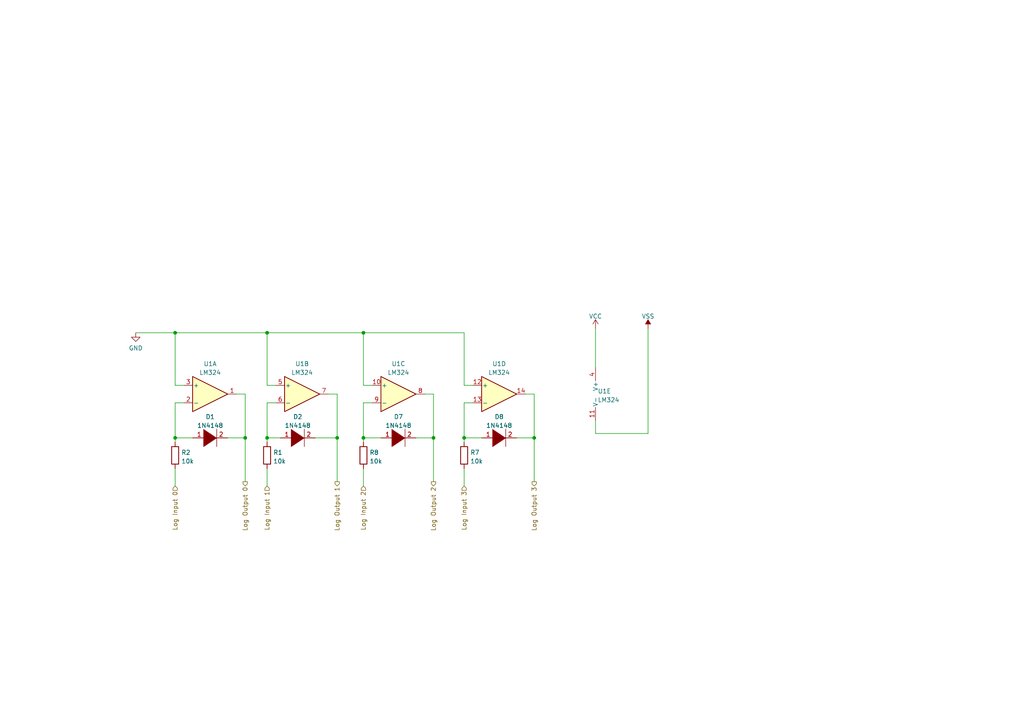
<source format=kicad_sch>
(kicad_sch (version 20230121) (generator eeschema)
  (paper "A4")
  (title_block (title "Logarithmic Amplifier") (date "2023-03-06") (rev "v1") (company "Out-of-band Development, LLC") (comment 1 "Matthew Whited"))
  (lib_symbols
    (symbol "Amplifier_Operational:LM324" (pin_names (offset 0.127))
      (property "Reference" "U" (at 0 5.08 0))
      (property "Value" "LM324" (at 0 -5.08 0))
      (symbol "LM324_1_1"
        (polyline (pts (xy -5.08 5.08) (xy 5.08 0) (xy -5.08 -5.08) (xy -5.08 5.08)) (stroke (width 0.254)) (fill (type background)))
        (pin output line (at 7.62 0 180) (length 2.54) (name "~") (number "1"))
        (pin input line (at -7.62 -2.54 0) (length 2.54) (name "-") (number "2"))
        (pin input line (at -7.62 2.54 0) (length 2.54) (name "+") (number "3"))
      )
      (symbol "LM324_2_1"
        (polyline (pts (xy -5.08 5.08) (xy 5.08 0) (xy -5.08 -5.08) (xy -5.08 5.08)) (stroke (width 0.254)) (fill (type background)))
        (pin input line (at -7.62 2.54 0) (length 2.54) (name "+") (number "5"))
        (pin input line (at -7.62 -2.54 0) (length 2.54) (name "-") (number "6"))
        (pin output line (at 7.62 0 180) (length 2.54) (name "~") (number "7"))
      )
      (symbol "LM324_3_1"
        (polyline (pts (xy -5.08 5.08) (xy 5.08 0) (xy -5.08 -5.08) (xy -5.08 5.08)) (stroke (width 0.254)) (fill (type background)))
        (pin input line (at -7.62 2.54 0) (length 2.54) (name "+") (number "10"))
        (pin output line (at 7.62 0 180) (length 2.54) (name "~") (number "8"))
        (pin input line (at -7.62 -2.54 0) (length 2.54) (name "-") (number "9"))
      )
      (symbol "LM324_4_1"
        (polyline (pts (xy -5.08 5.08) (xy 5.08 0) (xy -5.08 -5.08) (xy -5.08 5.08)) (stroke (width 0.254)) (fill (type background)))
        (pin input line (at -7.62 2.54 0) (length 2.54) (name "+") (number "12"))
        (pin input line (at -7.62 -2.54 0) (length 2.54) (name "-") (number "13"))
        (pin output line (at 7.62 0 180) (length 2.54) (name "~") (number "14"))
      )
      (symbol "LM324_5_1"
        (pin power_in line (at -2.54 -7.62 90) (length 3.81) (name "V-") (number "11"))
        (pin power_in line (at -2.54 7.62 270) (length 3.81) (name "V+") (number "4"))
      )
    )
    (symbol "Device:R" (pin_numbers hide) (pin_names (offset 0))
      (property "Reference" "R" (at 2.032 0 90))
      (property "Value" "R" (at 0 0 90))
      (symbol "R_0_1"
        (rectangle (start -1.016 -2.54) (end 1.016 2.54) (stroke (width 0.254)))
      )
      (symbol "R_1_1"
        (pin passive line (at 0 3.81 270) (length 1.27) (name "~") (number "1"))
        (pin passive line (at 0 -3.81 90) (length 1.27) (name "~") (number "2"))
      )
    )
    (symbol "power:GND" (power) (pin_names (offset 0))
      (property "Value" "GND" (at 0 -3.81 0))
      (symbol "GND_0_1"
        (polyline (pts (xy 0 0) (xy 0 -1.27) (xy 1.27 -1.27) (xy 0 -2.54) (xy -1.27 -1.27) (xy 0 -1.27)))
      )
      (symbol "GND_1_1"
        (pin power_in line (at 0 0 270) (length 0) hide (name "GND") (number "1"))
      )
    )
    (symbol "power:VCC" (power) (pin_names (offset 0))
      (property "Value" "VCC" (at 0 3.81 0))
      (symbol "VCC_0_1"
        (polyline (pts (xy -0.762 1.27) (xy 0 2.54)))
        (polyline (pts (xy 0 0) (xy 0 2.54)))
        (polyline (pts (xy 0 2.54) (xy 0.762 1.27)))
      )
      (symbol "VCC_1_1"
        (pin power_in line (at 0 0 90) (length 0) hide (name "VCC") (number "1"))
      )
    )
    (symbol "power:VSS" (power) (pin_names (offset 0))
      (property "Value" "VSS" (at 0 3.81 0))
      (symbol "VSS_0_1"
        (polyline (pts (xy 0 0) (xy 0 2.54)))
        (polyline (pts (xy 0.762 1.27) (xy -0.762 1.27) (xy 0 2.54) (xy 0.762 1.27)) (fill (type outline)))
      )
      (symbol "VSS_1_1"
        (pin power_in line (at 0 0 90) (length 0) hide (name "VSS") (number "1"))
      )
    )
    (symbol "pspice:DIODE" (pin_names (offset 1.016) hide)
      (property "Reference" "D" (at 0 3.81 0))
      (property "Value" "DIODE" (at 0 -4.445 0))
      (symbol "DIODE_0_1"
        (polyline (pts (xy 1.905 2.54) (xy 1.905 -2.54)))
        (polyline (pts (xy -1.905 2.54) (xy -1.905 -2.54) (xy 1.905 0)) (fill (type outline)))
      )
      (symbol "DIODE_1_1"
        (pin input line (at -5.08 0 0) (length 3.81) (name "K") (number "1"))
        (pin input line (at 5.08 0 180) (length 3.81) (name "A") (number "2"))
      )
    )
  )
  (junction (at 50.8 96.52))
  (junction (at 50.8 127))
  (junction (at 77.47 127))
  (junction (at 77.47 96.52))
  (junction (at 71.12 127))
  (junction (at 105.41 96.52))
  (junction (at 154.94 127))
  (junction (at 125.73 127))
  (junction (at 105.41 127))
  (junction (at 97.79 127))
  (junction (at 134.62 127))
  (wire (pts (xy 172.72 125.73) (xy 187.96 125.73)))
  (wire (pts (xy 95.25 114.3) (xy 97.79 114.3)))
  (wire (pts (xy 77.47 96.52) (xy 105.41 96.52)))
  (wire (pts (xy 172.72 121.92) (xy 172.72 125.73)))
  (wire (pts (xy 154.94 127) (xy 154.94 139.7)))
  (wire (pts (xy 123.19 114.3) (xy 125.73 114.3)))
  (wire (pts (xy 77.47 116.84) (xy 77.47 127)))
  (wire (pts (xy 107.95 111.76) (xy 105.41 111.76)))
  (wire (pts (xy 125.73 114.3) (xy 125.73 127)))
  (wire (pts (xy 68.58 114.3) (xy 71.12 114.3)))
  (wire (pts (xy 154.94 127) (xy 154.94 114.3)))
  (wire (pts (xy 66.04 127) (xy 71.12 127)))
  (wire (pts (xy 134.62 127) (xy 134.62 128.27)))
  (wire (pts (xy 97.79 127) (xy 97.79 139.7)))
  (wire (pts (xy 77.47 127) (xy 81.28 127)))
  (wire (pts (xy 134.62 111.76) (xy 137.16 111.76)))
  (wire (pts (xy 50.8 111.76) (xy 53.34 111.76)))
  (wire (pts (xy 50.8 128.27) (xy 50.8 127)))
  (wire (pts (xy 77.47 135.89) (xy 77.47 140.97)))
  (wire (pts (xy 77.47 111.76) (xy 80.01 111.76)))
  (wire (pts (xy 134.62 127) (xy 139.7 127)))
  (wire (pts (xy 172.72 95.25) (xy 172.72 106.68)))
  (wire (pts (xy 110.49 127) (xy 105.41 127)))
  (wire (pts (xy 77.47 127) (xy 77.47 128.27)))
  (wire (pts (xy 77.47 96.52) (xy 77.47 111.76)))
  (wire (pts (xy 50.8 135.89) (xy 50.8 140.97)))
  (wire (pts (xy 137.16 116.84) (xy 134.62 116.84)))
  (wire (pts (xy 97.79 114.3) (xy 97.79 127)))
  (wire (pts (xy 50.8 127) (xy 55.88 127)))
  (wire (pts (xy 105.41 135.89) (xy 105.41 140.97)))
  (wire (pts (xy 105.41 127) (xy 105.41 128.27)))
  (wire (pts (xy 107.95 116.84) (xy 105.41 116.84)))
  (wire (pts (xy 187.96 95.25) (xy 187.96 125.73)))
  (wire (pts (xy 39.37 96.52) (xy 50.8 96.52)))
  (wire (pts (xy 134.62 96.52) (xy 134.62 111.76)))
  (wire (pts (xy 97.79 127) (xy 91.44 127)))
  (wire (pts (xy 71.12 127) (xy 71.12 139.7)))
  (wire (pts (xy 50.8 96.52) (xy 77.47 96.52)))
  (wire (pts (xy 134.62 116.84) (xy 134.62 127)))
  (wire (pts (xy 50.8 116.84) (xy 53.34 116.84)))
  (wire (pts (xy 134.62 135.89) (xy 134.62 140.97)))
  (wire (pts (xy 149.86 127) (xy 154.94 127)))
  (wire (pts (xy 50.8 96.52) (xy 50.8 111.76)))
  (wire (pts (xy 105.41 96.52) (xy 134.62 96.52)))
  (wire (pts (xy 105.41 111.76) (xy 105.41 96.52)))
  (wire (pts (xy 71.12 127) (xy 71.12 114.3)))
  (wire (pts (xy 120.65 127) (xy 125.73 127)))
  (wire (pts (xy 50.8 127) (xy 50.8 116.84)))
  (wire (pts (xy 125.73 127) (xy 125.73 139.7)))
  (wire (pts (xy 80.01 116.84) (xy 77.47 116.84)))
  (wire (pts (xy 105.41 116.84) (xy 105.41 127)))
  (wire (pts (xy 154.94 114.3) (xy 152.4 114.3)))
  (hierarchical_label "Log Input 1" (shape input) (at 77.47 140.97 270))
  (hierarchical_label "Log Input 0" (shape input) (at 50.8 140.97 270))
  (hierarchical_label "Log Input 3" (shape input) (at 134.62 140.97 270))
  (hierarchical_label "Log Output 3" (shape output) (at 154.94 139.7 270))
  (hierarchical_label "Log Input 2" (shape input) (at 105.41 140.97 270))
  (hierarchical_label "Log Output 1" (shape output) (at 97.79 139.7 270))
  (hierarchical_label "Log Output 2" (shape output) (at 125.73 139.7 270))
  (hierarchical_label "Log Output 0" (shape output) (at 71.12 139.7 270))
  (symbol (lib_id "pspice:DIODE") (at 60.96 127 0) (unit 1)
    (property "Reference" "D1" (at 60.96 120.8872 0))
    (property "Value" "1N4148" (at 60.96 123.4241 0))
    (property "Footprint" "Diode_THT:D_A-405_P2.54mm_Vertical_KathodeUp" (effects hide))
    (instances (project "AnalogComputer" (path "" (reference "D1") (unit 1)) (path "" (reference "D6") (unit 1)) (path "" (reference "D3") (unit 1))))
  )
  (symbol (lib_id "Amplifier_Operational:LM324") (at 87.63 114.3 0) (unit 2)
    (property "Reference" "U1" (at 87.63 105.5202 0))
    (property "Value" "LM324" (at 87.63 108.0571 0))
    (property "Footprint" "Package_DIP:DIP-14_W7.62mm_Socket" (effects hide))
    (property "Datasheet" "http://www.ti.com/lit/ds/symlink/lm2902-n.pdf" (effects hide))
    (instances (project "AnalogComputer" (path "" (reference "U1") (unit 2)) (path "" (reference "U3") (unit 2)) (path "" (reference "U2") (unit 2))))
  )
  (symbol (lib_id "Amplifier_Operational:LM324") (at 175.26 114.3 0) (unit 5)
    (property "Reference" "U1" (at 173.355 113.4653 0) (effects (justify left)))
    (property "Value" "LM324" (at 173.355 116.0022 0) (effects (justify left)))
    (property "Footprint" "Package_DIP:DIP-14_W7.62mm_Socket" (effects hide))
    (property "Datasheet" "http://www.ti.com/lit/ds/symlink/lm2902-n.pdf" (effects hide))
    (instances (project "AnalogComputer" (path "" (reference "U1") (unit 5)) (path "" (reference "U3") (unit 5)) (path "" (reference "U2") (unit 5))))
  )
  (symbol (lib_id "Amplifier_Operational:LM324") (at 115.57 114.3 0) (unit 3)
    (property "Reference" "U1" (at 115.57 105.5202 0))
    (property "Value" "LM324" (at 115.57 108.0571 0))
    (property "Footprint" "Package_DIP:DIP-14_W7.62mm_Socket" (effects hide))
    (property "Datasheet" "http://www.ti.com/lit/ds/symlink/lm2902-n.pdf" (effects hide))
    (instances (project "AnalogComputer" (path "" (reference "U1") (unit 3)) (path "" (reference "U3") (unit 3)) (path "" (reference "U2") (unit 3))))
  )
  (symbol (lib_id "power:GND") (at 39.37 96.52 0) (unit 1)
    (property "Reference" "#PWR03" (effects hide))
    (property "Value" "GND" (at 39.37 100.9634 0))
    (instances (project "AnalogComputer" (path "" (reference "#PWR03") (unit 1)) (path "" (reference "#PWR012") (unit 1)) (path "" (reference "#PWR09") (unit 1))))
  )
  (symbol (lib_id "Amplifier_Operational:LM324") (at 60.96 114.3 0) (unit 1)
    (property "Reference" "U1" (at 60.96 105.5202 0))
    (property "Value" "LM324" (at 60.96 108.0571 0))
    (property "Footprint" "Package_DIP:DIP-14_W7.62mm_Socket" (effects hide))
    (property "Datasheet" "http://www.ti.com/lit/ds/symlink/lm2902-n.pdf" (effects hide))
    (instances (project "AnalogComputer" (path "" (reference "U1") (unit 1)) (path "" (reference "U3") (unit 1)) (path "" (reference "U2") (unit 1))))
  )
  (symbol (lib_id "pspice:DIODE") (at 115.57 127 0) (unit 1)
    (property "Reference" "D7" (at 115.57 120.8872 0))
    (property "Value" "1N4148" (at 115.57 123.4241 0))
    (property "Footprint" "Diode_THT:D_A-405_P2.54mm_Vertical_KathodeUp" (effects hide))
    (instances (project "AnalogComputer" (path "" (reference "D7") (unit 1)) (path "" (reference "D12") (unit 1)) (path "" (reference "D10") (unit 1))))
  )
  (symbol (lib_id "power:VCC") (at 172.72 95.25 0) (unit 1)
    (property "Reference" "#PWR01" (effects hide))
    (property "Value" "VCC" (at 172.72 91.7481 0))
    (instances (project "AnalogComputer" (path "" (reference "#PWR01") (unit 1)) (path "" (reference "#PWR02") (unit 1)) (path "" (reference "#PWR07") (unit 1))))
  )
  (symbol (lib_id "pspice:DIODE") (at 144.78 127 0) (unit 1)
    (property "Reference" "D8" (at 144.78 120.8872 0))
    (property "Value" "1N4148" (at 144.78 123.4241 0))
    (property "Footprint" "Diode_THT:D_A-405_P2.54mm_Vertical_KathodeUp" (effects hide))
    (instances (project "AnalogComputer" (path "" (reference "D8") (unit 1)) (path "" (reference "D11") (unit 1)) (path "" (reference "D9") (unit 1))))
  )
  (symbol (lib_id "Amplifier_Operational:LM324") (at 144.78 114.3 0) (unit 4)
    (property "Reference" "U1" (at 144.78 105.5202 0))
    (property "Value" "LM324" (at 144.78 108.0571 0))
    (property "Footprint" "Package_DIP:DIP-14_W7.62mm_Socket" (effects hide))
    (property "Datasheet" "http://www.ti.com/lit/ds/symlink/lm2902-n.pdf" (effects hide))
    (instances (project "AnalogComputer" (path "" (reference "U1") (unit 4)) (path "" (reference "U3") (unit 4)) (path "" (reference "U2") (unit 4))))
  )
  (symbol (lib_id "Device:R") (at 105.41 132.08 0) (unit 1)
    (property "Reference" "R8" (at 107.188 131.2453 0) (effects (justify left)))
    (property "Value" "10k" (at 107.188 133.7822 0) (effects (justify left)))
    (property "Footprint" "Resistor_THT:R_Axial_DIN0204_L3.6mm_D1.6mm_P2.54mm_Vertical" (effects hide))
    (instances (project "AnalogComputer" (path "" (reference "R8") (unit 1)) (path "" (reference "R12") (unit 1)) (path "" (reference "R9") (unit 1))))
  )
  (symbol (lib_id "Device:R") (at 50.8 132.08 0) (unit 1)
    (property "Reference" "R2" (at 52.578 131.2453 0) (effects (justify left)))
    (property "Value" "10k" (at 52.578 133.7822 0) (effects (justify left)))
    (property "Footprint" "Resistor_THT:R_Axial_DIN0204_L3.6mm_D1.6mm_P2.54mm_Vertical" (effects hide))
    (instances (project "AnalogComputer" (path "" (reference "R2") (unit 1)) (path "" (reference "R6") (unit 1)) (path "" (reference "R4") (unit 1))))
  )
  (symbol (lib_id "power:VSS") (at 187.96 95.25 0) (unit 1)
    (property "Reference" "#PWR08" (effects hide))
    (property "Value" "VSS" (at 187.96 91.7481 0))
    (instances (project "AnalogComputer" (path "" (reference "#PWR08") (unit 1)) (path "" (reference "#PWR010") (unit 1)) (path "" (reference "#PWR011") (unit 1))))
  )
  (symbol (lib_id "Device:R") (at 77.47 132.08 0) (unit 1)
    (property "Reference" "R1" (at 79.248 131.2453 0) (effects (justify left)))
    (property "Value" "10k" (at 79.248 133.7822 0) (effects (justify left)))
    (property "Footprint" "Resistor_THT:R_Axial_DIN0204_L3.6mm_D1.6mm_P2.54mm_Vertical" (effects hide))
    (instances (project "AnalogComputer" (path "" (reference "R1") (unit 1)) (path "" (reference "R5") (unit 1)) (path "" (reference "R3") (unit 1))))
  )
  (symbol (lib_id "pspice:DIODE") (at 86.36 127 0) (unit 1)
    (property "Reference" "D2" (at 86.36 120.8872 0))
    (property "Value" "1N4148" (at 86.36 123.4241 0))
    (property "Footprint" "Diode_THT:D_A-405_P2.54mm_Vertical_KathodeUp" (effects hide))
    (instances (project "AnalogComputer" (path "" (reference "D2") (unit 1)) (path "" (reference "D5") (unit 1)) (path "" (reference "D4") (unit 1))))
  )
  (symbol (lib_id "Device:R") (at 134.62 132.08 0) (unit 1)
    (property "Reference" "R7" (at 136.398 131.2453 0) (effects (justify left)))
    (property "Value" "10k" (at 136.398 133.7822 0) (effects (justify left)))
    (property "Footprint" "Resistor_THT:R_Axial_DIN0204_L3.6mm_D1.6mm_P2.54mm_Vertical" (effects hide))
    (instances (project "AnalogComputer" (path "" (reference "R7") (unit 1)) (path "" (reference "R11") (unit 1)) (path "" (reference "R10") (unit 1))))
  )
)
</source>
